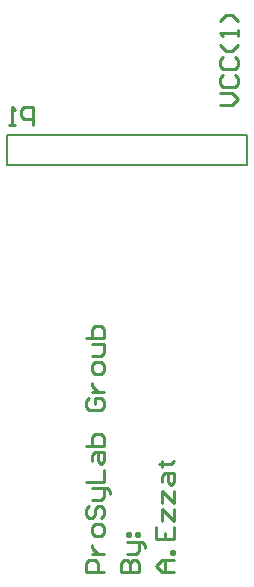
<source format=gbo>
G04*
G04 #@! TF.GenerationSoftware,Altium Limited,Altium Designer,19.1.2 (11)*
G04*
G04 Layer_Color=32896*
%FSLAX25Y25*%
%MOIN*%
G70*
G01*
G75*
%ADD10C,0.01000*%
%ADD21C,0.00787*%
D10*
X141806Y176000D02*
X135808D01*
Y178999D01*
X136808Y179999D01*
X138807D01*
X139807Y178999D01*
Y176000D01*
X137807Y181998D02*
X141806D01*
X139807D01*
X138807Y182998D01*
X137807Y183997D01*
Y184997D01*
X141806Y188996D02*
Y190995D01*
X140806Y191995D01*
X138807D01*
X137807Y190995D01*
Y188996D01*
X138807Y187996D01*
X140806D01*
X141806Y188996D01*
X136808Y197993D02*
X135808Y196993D01*
Y194994D01*
X136808Y193994D01*
X137807D01*
X138807Y194994D01*
Y196993D01*
X139807Y197993D01*
X140806D01*
X141806Y196993D01*
Y194994D01*
X140806Y193994D01*
X137807Y199992D02*
X140806D01*
X141806Y200992D01*
Y203991D01*
X142806D01*
X143805Y202991D01*
Y201992D01*
X141806Y203991D02*
X137807D01*
X135808Y205990D02*
X141806D01*
Y209989D01*
X137807Y212988D02*
Y214987D01*
X138807Y215987D01*
X141806D01*
Y212988D01*
X140806Y211988D01*
X139807Y212988D01*
Y215987D01*
X135808Y217986D02*
X141806D01*
Y220985D01*
X140806Y221985D01*
X139807D01*
X138807D01*
X137807Y220985D01*
Y217986D01*
X136808Y233981D02*
X135808Y232982D01*
Y230982D01*
X136808Y229982D01*
X140806D01*
X141806Y230982D01*
Y232982D01*
X140806Y233981D01*
X138807D01*
Y231982D01*
X137807Y235981D02*
X141806D01*
X139807D01*
X138807Y236980D01*
X137807Y237980D01*
Y238980D01*
X141806Y242978D02*
Y244978D01*
X140806Y245977D01*
X138807D01*
X137807Y244978D01*
Y242978D01*
X138807Y241979D01*
X140806D01*
X141806Y242978D01*
X137807Y247977D02*
X140806D01*
X141806Y248976D01*
Y251975D01*
X137807D01*
X135808Y253975D02*
X141806D01*
Y256974D01*
X140806Y257974D01*
X139807D01*
X138807D01*
X137807Y256974D01*
Y253975D01*
X147405Y176000D02*
X153403D01*
Y178999D01*
X152403Y179999D01*
X151404D01*
X150404Y178999D01*
Y176000D01*
Y178999D01*
X149404Y179999D01*
X148405D01*
X147405Y178999D01*
Y176000D01*
X149404Y181998D02*
X152403D01*
X153403Y182998D01*
Y185997D01*
X154403D01*
X155402Y184997D01*
Y183997D01*
X153403Y185997D02*
X149404D01*
Y187996D02*
Y188996D01*
X150404D01*
Y187996D01*
X149404D01*
X152403D02*
Y188996D01*
X153403D01*
Y187996D01*
X152403D01*
X165000Y176000D02*
X161001D01*
X159002Y177999D01*
X161001Y179999D01*
X165000D01*
X162001D01*
Y176000D01*
X165000Y181998D02*
X164000D01*
Y182998D01*
X165000D01*
Y181998D01*
X159002Y190995D02*
Y186996D01*
X165000D01*
Y190995D01*
X162001Y186996D02*
Y188996D01*
X161001Y192994D02*
Y196993D01*
X165000Y192994D01*
Y196993D01*
X161001Y198993D02*
Y202991D01*
X165000Y198993D01*
Y202991D01*
X161001Y205990D02*
Y207990D01*
X162001Y208989D01*
X165000D01*
Y205990D01*
X164000Y204991D01*
X163001Y205990D01*
Y208989D01*
X160002Y211988D02*
X161001D01*
Y210989D01*
Y212988D01*
Y211988D01*
X164000D01*
X165000Y212988D01*
X180502Y331500D02*
X184501D01*
X186500Y333499D01*
X184501Y335499D01*
X180502D01*
X181502Y341497D02*
X180502Y340497D01*
Y338498D01*
X181502Y337498D01*
X185500D01*
X186500Y338498D01*
Y340497D01*
X185500Y341497D01*
X181502Y347495D02*
X180502Y346495D01*
Y344496D01*
X181502Y343496D01*
X185500D01*
X186500Y344496D01*
Y346495D01*
X185500Y347495D01*
X186500Y351494D02*
X184501Y349494D01*
X182501D01*
X180502Y351494D01*
X186500Y354493D02*
Y356492D01*
Y355492D01*
X180502D01*
X181502Y354493D01*
X186500Y359491D02*
X184501Y361490D01*
X182501D01*
X180502Y359491D01*
X118100Y324900D02*
Y330898D01*
X115101D01*
X114101Y329898D01*
Y327899D01*
X115101Y326899D01*
X118100D01*
X112102Y324900D02*
X110103D01*
X111102D01*
Y330898D01*
X112102Y329898D01*
D21*
X109500Y311500D02*
Y321500D01*
Y311500D02*
X189500D01*
Y321500D01*
X109500D02*
X189500D01*
M02*

</source>
